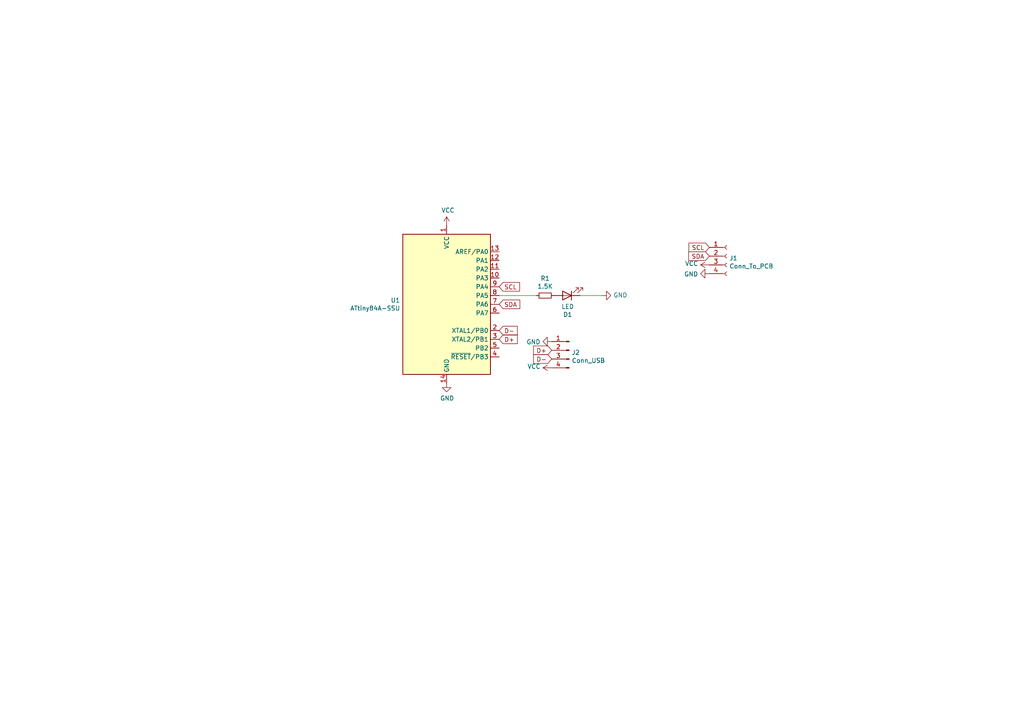
<source format=kicad_sch>
(kicad_sch (version 20211123) (generator eeschema)

  (uuid e877bf4a-4210-4bd3-b7b0-806eb4affc5b)

  (paper "A4")

  (lib_symbols
    (symbol "ATTiny_84a_Slave-rescue:ATtiny84A-SSU-MCU_Microchip_ATtiny" (in_bom yes) (on_board yes)
      (property "Reference" "U" (id 0) (at -12.7 21.59 0)
        (effects (font (size 1.27 1.27)) (justify left bottom))
      )
      (property "Value" "ATtiny84A-SSU-MCU_Microchip_ATtiny" (id 1) (at 2.54 -21.59 0)
        (effects (font (size 1.27 1.27)) (justify left top))
      )
      (property "Footprint" "Package_SO:SOIC-14_3.9x8.7mm_P1.27mm" (id 2) (at 0 0 0)
        (effects (font (size 1.27 1.27) italic) hide)
      )
      (property "Datasheet" "" (id 3) (at 0 0 0)
        (effects (font (size 1.27 1.27)) hide)
      )
      (property "ki_fp_filters" "SOIC*3.9x8.7mm*P1.27mm*" (id 4) (at 0 0 0)
        (effects (font (size 1.27 1.27)) hide)
      )
      (symbol "ATtiny84A-SSU-MCU_Microchip_ATtiny_0_1"
        (rectangle (start -12.7 -20.32) (end 12.7 20.32)
          (stroke (width 0.254) (type default) (color 0 0 0 0))
          (fill (type background))
        )
      )
      (symbol "ATtiny84A-SSU-MCU_Microchip_ATtiny_1_1"
        (pin power_in line (at 0 22.86 270) (length 2.54)
          (name "VCC" (effects (font (size 1.27 1.27))))
          (number "1" (effects (font (size 1.27 1.27))))
        )
        (pin bidirectional line (at 15.24 7.62 180) (length 2.54)
          (name "PA3" (effects (font (size 1.27 1.27))))
          (number "10" (effects (font (size 1.27 1.27))))
        )
        (pin bidirectional line (at 15.24 10.16 180) (length 2.54)
          (name "PA2" (effects (font (size 1.27 1.27))))
          (number "11" (effects (font (size 1.27 1.27))))
        )
        (pin bidirectional line (at 15.24 12.7 180) (length 2.54)
          (name "PA1" (effects (font (size 1.27 1.27))))
          (number "12" (effects (font (size 1.27 1.27))))
        )
        (pin bidirectional line (at 15.24 15.24 180) (length 2.54)
          (name "AREF/PA0" (effects (font (size 1.27 1.27))))
          (number "13" (effects (font (size 1.27 1.27))))
        )
        (pin power_in line (at 0 -22.86 90) (length 2.54)
          (name "GND" (effects (font (size 1.27 1.27))))
          (number "14" (effects (font (size 1.27 1.27))))
        )
        (pin bidirectional line (at 15.24 -7.62 180) (length 2.54)
          (name "XTAL1/PB0" (effects (font (size 1.27 1.27))))
          (number "2" (effects (font (size 1.27 1.27))))
        )
        (pin bidirectional line (at 15.24 -10.16 180) (length 2.54)
          (name "XTAL2/PB1" (effects (font (size 1.27 1.27))))
          (number "3" (effects (font (size 1.27 1.27))))
        )
        (pin bidirectional line (at 15.24 -15.24 180) (length 2.54)
          (name "~{RESET}/PB3" (effects (font (size 1.27 1.27))))
          (number "4" (effects (font (size 1.27 1.27))))
        )
        (pin bidirectional line (at 15.24 -12.7 180) (length 2.54)
          (name "PB2" (effects (font (size 1.27 1.27))))
          (number "5" (effects (font (size 1.27 1.27))))
        )
        (pin bidirectional line (at 15.24 -2.54 180) (length 2.54)
          (name "PA7" (effects (font (size 1.27 1.27))))
          (number "6" (effects (font (size 1.27 1.27))))
        )
        (pin bidirectional line (at 15.24 0 180) (length 2.54)
          (name "PA6" (effects (font (size 1.27 1.27))))
          (number "7" (effects (font (size 1.27 1.27))))
        )
        (pin bidirectional line (at 15.24 2.54 180) (length 2.54)
          (name "PA5" (effects (font (size 1.27 1.27))))
          (number "8" (effects (font (size 1.27 1.27))))
        )
        (pin bidirectional line (at 15.24 5.08 180) (length 2.54)
          (name "PA4" (effects (font (size 1.27 1.27))))
          (number "9" (effects (font (size 1.27 1.27))))
        )
      )
    )
    (symbol "Connector:Conn_01x04_Female" (pin_names (offset 1.016) hide) (in_bom yes) (on_board yes)
      (property "Reference" "J" (id 0) (at 0 5.08 0)
        (effects (font (size 1.27 1.27)))
      )
      (property "Value" "Conn_01x04_Female" (id 1) (at 0 -7.62 0)
        (effects (font (size 1.27 1.27)))
      )
      (property "Footprint" "" (id 2) (at 0 0 0)
        (effects (font (size 1.27 1.27)) hide)
      )
      (property "Datasheet" "~" (id 3) (at 0 0 0)
        (effects (font (size 1.27 1.27)) hide)
      )
      (property "ki_keywords" "connector" (id 4) (at 0 0 0)
        (effects (font (size 1.27 1.27)) hide)
      )
      (property "ki_description" "Generic connector, single row, 01x04, script generated (kicad-library-utils/schlib/autogen/connector/)" (id 5) (at 0 0 0)
        (effects (font (size 1.27 1.27)) hide)
      )
      (property "ki_fp_filters" "Connector*:*_1x??_*" (id 6) (at 0 0 0)
        (effects (font (size 1.27 1.27)) hide)
      )
      (symbol "Conn_01x04_Female_1_1"
        (arc (start 0 -4.572) (mid -0.508 -5.08) (end 0 -5.588)
          (stroke (width 0.1524) (type default) (color 0 0 0 0))
          (fill (type none))
        )
        (arc (start 0 -2.032) (mid -0.508 -2.54) (end 0 -3.048)
          (stroke (width 0.1524) (type default) (color 0 0 0 0))
          (fill (type none))
        )
        (polyline
          (pts
            (xy -1.27 -5.08)
            (xy -0.508 -5.08)
          )
          (stroke (width 0.1524) (type default) (color 0 0 0 0))
          (fill (type none))
        )
        (polyline
          (pts
            (xy -1.27 -2.54)
            (xy -0.508 -2.54)
          )
          (stroke (width 0.1524) (type default) (color 0 0 0 0))
          (fill (type none))
        )
        (polyline
          (pts
            (xy -1.27 0)
            (xy -0.508 0)
          )
          (stroke (width 0.1524) (type default) (color 0 0 0 0))
          (fill (type none))
        )
        (polyline
          (pts
            (xy -1.27 2.54)
            (xy -0.508 2.54)
          )
          (stroke (width 0.1524) (type default) (color 0 0 0 0))
          (fill (type none))
        )
        (arc (start 0 0.508) (mid -0.508 0) (end 0 -0.508)
          (stroke (width 0.1524) (type default) (color 0 0 0 0))
          (fill (type none))
        )
        (arc (start 0 3.048) (mid -0.508 2.54) (end 0 2.032)
          (stroke (width 0.1524) (type default) (color 0 0 0 0))
          (fill (type none))
        )
        (pin passive line (at -5.08 2.54 0) (length 3.81)
          (name "Pin_1" (effects (font (size 1.27 1.27))))
          (number "1" (effects (font (size 1.27 1.27))))
        )
        (pin passive line (at -5.08 0 0) (length 3.81)
          (name "Pin_2" (effects (font (size 1.27 1.27))))
          (number "2" (effects (font (size 1.27 1.27))))
        )
        (pin passive line (at -5.08 -2.54 0) (length 3.81)
          (name "Pin_3" (effects (font (size 1.27 1.27))))
          (number "3" (effects (font (size 1.27 1.27))))
        )
        (pin passive line (at -5.08 -5.08 0) (length 3.81)
          (name "Pin_4" (effects (font (size 1.27 1.27))))
          (number "4" (effects (font (size 1.27 1.27))))
        )
      )
    )
    (symbol "Connector:Conn_01x04_Male" (pin_names (offset 1.016) hide) (in_bom yes) (on_board yes)
      (property "Reference" "J" (id 0) (at 0 5.08 0)
        (effects (font (size 1.27 1.27)))
      )
      (property "Value" "Conn_01x04_Male" (id 1) (at 0 -7.62 0)
        (effects (font (size 1.27 1.27)))
      )
      (property "Footprint" "" (id 2) (at 0 0 0)
        (effects (font (size 1.27 1.27)) hide)
      )
      (property "Datasheet" "~" (id 3) (at 0 0 0)
        (effects (font (size 1.27 1.27)) hide)
      )
      (property "ki_keywords" "connector" (id 4) (at 0 0 0)
        (effects (font (size 1.27 1.27)) hide)
      )
      (property "ki_description" "Generic connector, single row, 01x04, script generated (kicad-library-utils/schlib/autogen/connector/)" (id 5) (at 0 0 0)
        (effects (font (size 1.27 1.27)) hide)
      )
      (property "ki_fp_filters" "Connector*:*_1x??_*" (id 6) (at 0 0 0)
        (effects (font (size 1.27 1.27)) hide)
      )
      (symbol "Conn_01x04_Male_1_1"
        (polyline
          (pts
            (xy 1.27 -5.08)
            (xy 0.8636 -5.08)
          )
          (stroke (width 0.1524) (type default) (color 0 0 0 0))
          (fill (type none))
        )
        (polyline
          (pts
            (xy 1.27 -2.54)
            (xy 0.8636 -2.54)
          )
          (stroke (width 0.1524) (type default) (color 0 0 0 0))
          (fill (type none))
        )
        (polyline
          (pts
            (xy 1.27 0)
            (xy 0.8636 0)
          )
          (stroke (width 0.1524) (type default) (color 0 0 0 0))
          (fill (type none))
        )
        (polyline
          (pts
            (xy 1.27 2.54)
            (xy 0.8636 2.54)
          )
          (stroke (width 0.1524) (type default) (color 0 0 0 0))
          (fill (type none))
        )
        (rectangle (start 0.8636 -4.953) (end 0 -5.207)
          (stroke (width 0.1524) (type default) (color 0 0 0 0))
          (fill (type outline))
        )
        (rectangle (start 0.8636 -2.413) (end 0 -2.667)
          (stroke (width 0.1524) (type default) (color 0 0 0 0))
          (fill (type outline))
        )
        (rectangle (start 0.8636 0.127) (end 0 -0.127)
          (stroke (width 0.1524) (type default) (color 0 0 0 0))
          (fill (type outline))
        )
        (rectangle (start 0.8636 2.667) (end 0 2.413)
          (stroke (width 0.1524) (type default) (color 0 0 0 0))
          (fill (type outline))
        )
        (pin passive line (at 5.08 2.54 180) (length 3.81)
          (name "Pin_1" (effects (font (size 1.27 1.27))))
          (number "1" (effects (font (size 1.27 1.27))))
        )
        (pin passive line (at 5.08 0 180) (length 3.81)
          (name "Pin_2" (effects (font (size 1.27 1.27))))
          (number "2" (effects (font (size 1.27 1.27))))
        )
        (pin passive line (at 5.08 -2.54 180) (length 3.81)
          (name "Pin_3" (effects (font (size 1.27 1.27))))
          (number "3" (effects (font (size 1.27 1.27))))
        )
        (pin passive line (at 5.08 -5.08 180) (length 3.81)
          (name "Pin_4" (effects (font (size 1.27 1.27))))
          (number "4" (effects (font (size 1.27 1.27))))
        )
      )
    )
    (symbol "Device:LED" (pin_numbers hide) (pin_names (offset 1.016) hide) (in_bom yes) (on_board yes)
      (property "Reference" "D" (id 0) (at 0 2.54 0)
        (effects (font (size 1.27 1.27)))
      )
      (property "Value" "LED" (id 1) (at 0 -2.54 0)
        (effects (font (size 1.27 1.27)))
      )
      (property "Footprint" "" (id 2) (at 0 0 0)
        (effects (font (size 1.27 1.27)) hide)
      )
      (property "Datasheet" "~" (id 3) (at 0 0 0)
        (effects (font (size 1.27 1.27)) hide)
      )
      (property "ki_keywords" "LED diode" (id 4) (at 0 0 0)
        (effects (font (size 1.27 1.27)) hide)
      )
      (property "ki_description" "Light emitting diode" (id 5) (at 0 0 0)
        (effects (font (size 1.27 1.27)) hide)
      )
      (property "ki_fp_filters" "LED* LED_SMD:* LED_THT:*" (id 6) (at 0 0 0)
        (effects (font (size 1.27 1.27)) hide)
      )
      (symbol "LED_0_1"
        (polyline
          (pts
            (xy -1.27 -1.27)
            (xy -1.27 1.27)
          )
          (stroke (width 0.254) (type default) (color 0 0 0 0))
          (fill (type none))
        )
        (polyline
          (pts
            (xy -1.27 0)
            (xy 1.27 0)
          )
          (stroke (width 0) (type default) (color 0 0 0 0))
          (fill (type none))
        )
        (polyline
          (pts
            (xy 1.27 -1.27)
            (xy 1.27 1.27)
            (xy -1.27 0)
            (xy 1.27 -1.27)
          )
          (stroke (width 0.254) (type default) (color 0 0 0 0))
          (fill (type none))
        )
        (polyline
          (pts
            (xy -3.048 -0.762)
            (xy -4.572 -2.286)
            (xy -3.81 -2.286)
            (xy -4.572 -2.286)
            (xy -4.572 -1.524)
          )
          (stroke (width 0) (type default) (color 0 0 0 0))
          (fill (type none))
        )
        (polyline
          (pts
            (xy -1.778 -0.762)
            (xy -3.302 -2.286)
            (xy -2.54 -2.286)
            (xy -3.302 -2.286)
            (xy -3.302 -1.524)
          )
          (stroke (width 0) (type default) (color 0 0 0 0))
          (fill (type none))
        )
      )
      (symbol "LED_1_1"
        (pin passive line (at -3.81 0 0) (length 2.54)
          (name "K" (effects (font (size 1.27 1.27))))
          (number "1" (effects (font (size 1.27 1.27))))
        )
        (pin passive line (at 3.81 0 180) (length 2.54)
          (name "A" (effects (font (size 1.27 1.27))))
          (number "2" (effects (font (size 1.27 1.27))))
        )
      )
    )
    (symbol "Device:R_Small" (pin_numbers hide) (pin_names (offset 0.254) hide) (in_bom yes) (on_board yes)
      (property "Reference" "R" (id 0) (at 0.762 0.508 0)
        (effects (font (size 1.27 1.27)) (justify left))
      )
      (property "Value" "R_Small" (id 1) (at 0.762 -1.016 0)
        (effects (font (size 1.27 1.27)) (justify left))
      )
      (property "Footprint" "" (id 2) (at 0 0 0)
        (effects (font (size 1.27 1.27)) hide)
      )
      (property "Datasheet" "~" (id 3) (at 0 0 0)
        (effects (font (size 1.27 1.27)) hide)
      )
      (property "ki_keywords" "R resistor" (id 4) (at 0 0 0)
        (effects (font (size 1.27 1.27)) hide)
      )
      (property "ki_description" "Resistor, small symbol" (id 5) (at 0 0 0)
        (effects (font (size 1.27 1.27)) hide)
      )
      (property "ki_fp_filters" "R_*" (id 6) (at 0 0 0)
        (effects (font (size 1.27 1.27)) hide)
      )
      (symbol "R_Small_0_1"
        (rectangle (start -0.762 1.778) (end 0.762 -1.778)
          (stroke (width 0.2032) (type default) (color 0 0 0 0))
          (fill (type none))
        )
      )
      (symbol "R_Small_1_1"
        (pin passive line (at 0 2.54 270) (length 0.762)
          (name "~" (effects (font (size 1.27 1.27))))
          (number "1" (effects (font (size 1.27 1.27))))
        )
        (pin passive line (at 0 -2.54 90) (length 0.762)
          (name "~" (effects (font (size 1.27 1.27))))
          (number "2" (effects (font (size 1.27 1.27))))
        )
      )
    )
    (symbol "power:GND" (power) (pin_names (offset 0)) (in_bom yes) (on_board yes)
      (property "Reference" "#PWR" (id 0) (at 0 -6.35 0)
        (effects (font (size 1.27 1.27)) hide)
      )
      (property "Value" "GND" (id 1) (at 0 -3.81 0)
        (effects (font (size 1.27 1.27)))
      )
      (property "Footprint" "" (id 2) (at 0 0 0)
        (effects (font (size 1.27 1.27)) hide)
      )
      (property "Datasheet" "" (id 3) (at 0 0 0)
        (effects (font (size 1.27 1.27)) hide)
      )
      (property "ki_keywords" "power-flag" (id 4) (at 0 0 0)
        (effects (font (size 1.27 1.27)) hide)
      )
      (property "ki_description" "Power symbol creates a global label with name \"GND\" , ground" (id 5) (at 0 0 0)
        (effects (font (size 1.27 1.27)) hide)
      )
      (symbol "GND_0_1"
        (polyline
          (pts
            (xy 0 0)
            (xy 0 -1.27)
            (xy 1.27 -1.27)
            (xy 0 -2.54)
            (xy -1.27 -1.27)
            (xy 0 -1.27)
          )
          (stroke (width 0) (type default) (color 0 0 0 0))
          (fill (type none))
        )
      )
      (symbol "GND_1_1"
        (pin power_in line (at 0 0 270) (length 0) hide
          (name "GND" (effects (font (size 1.27 1.27))))
          (number "1" (effects (font (size 1.27 1.27))))
        )
      )
    )
    (symbol "power:VCC" (power) (pin_names (offset 0)) (in_bom yes) (on_board yes)
      (property "Reference" "#PWR" (id 0) (at 0 -3.81 0)
        (effects (font (size 1.27 1.27)) hide)
      )
      (property "Value" "VCC" (id 1) (at 0 3.81 0)
        (effects (font (size 1.27 1.27)))
      )
      (property "Footprint" "" (id 2) (at 0 0 0)
        (effects (font (size 1.27 1.27)) hide)
      )
      (property "Datasheet" "" (id 3) (at 0 0 0)
        (effects (font (size 1.27 1.27)) hide)
      )
      (property "ki_keywords" "power-flag" (id 4) (at 0 0 0)
        (effects (font (size 1.27 1.27)) hide)
      )
      (property "ki_description" "Power symbol creates a global label with name \"VCC\"" (id 5) (at 0 0 0)
        (effects (font (size 1.27 1.27)) hide)
      )
      (symbol "VCC_0_1"
        (polyline
          (pts
            (xy -0.762 1.27)
            (xy 0 2.54)
          )
          (stroke (width 0) (type default) (color 0 0 0 0))
          (fill (type none))
        )
        (polyline
          (pts
            (xy 0 0)
            (xy 0 2.54)
          )
          (stroke (width 0) (type default) (color 0 0 0 0))
          (fill (type none))
        )
        (polyline
          (pts
            (xy 0 2.54)
            (xy 0.762 1.27)
          )
          (stroke (width 0) (type default) (color 0 0 0 0))
          (fill (type none))
        )
      )
      (symbol "VCC_1_1"
        (pin power_in line (at 0 0 90) (length 0) hide
          (name "VCC" (effects (font (size 1.27 1.27))))
          (number "1" (effects (font (size 1.27 1.27))))
        )
      )
    )
  )


  (wire (pts (xy 144.78 85.725) (xy 155.575 85.725))
    (stroke (width 0) (type default) (color 0 0 0 0))
    (uuid 78cbdd6c-4878-4cc5-9a58-0e506478e37d)
  )
  (wire (pts (xy 168.275 85.725) (xy 174.625 85.725))
    (stroke (width 0) (type default) (color 0 0 0 0))
    (uuid da469d11-a8a4-414b-9449-d151eeaf4853)
  )

  (global_label "D-" (shape input) (at 144.78 95.885 0) (fields_autoplaced)
    (effects (font (size 1.27 1.27)) (justify left))
    (uuid 10109f84-4940-47f8-8640-91f185ac9bc1)
    (property "Intersheet References" "${INTERSHEET_REFS}" (id 0) (at 0 0 0)
      (effects (font (size 1.27 1.27)) hide)
    )
  )
  (global_label "SCL" (shape input) (at 205.74 71.755 180) (fields_autoplaced)
    (effects (font (size 1.27 1.27)) (justify right))
    (uuid 127679a9-3981-4934-815e-896a4e3ff56e)
    (property "Intersheet References" "${INTERSHEET_REFS}" (id 0) (at 0 0 0)
      (effects (font (size 1.27 1.27)) hide)
    )
  )
  (global_label "SCL" (shape input) (at 144.78 83.185 0) (fields_autoplaced)
    (effects (font (size 1.27 1.27)) (justify left))
    (uuid 6c9b793c-e74d-4754-a2c0-901e73b26f1c)
    (property "Intersheet References" "${INTERSHEET_REFS}" (id 0) (at 0 0 0)
      (effects (font (size 1.27 1.27)) hide)
    )
  )
  (global_label "SDA" (shape input) (at 144.78 88.265 0) (fields_autoplaced)
    (effects (font (size 1.27 1.27)) (justify left))
    (uuid b1086f75-01ba-4188-8d36-75a9e2828ca9)
    (property "Intersheet References" "${INTERSHEET_REFS}" (id 0) (at 0 0 0)
      (effects (font (size 1.27 1.27)) hide)
    )
  )
  (global_label "D-" (shape input) (at 160.02 104.14 180) (fields_autoplaced)
    (effects (font (size 1.27 1.27)) (justify right))
    (uuid cbdcaa78-3bbc-413f-91bf-2709119373ce)
    (property "Intersheet References" "${INTERSHEET_REFS}" (id 0) (at 0 0 0)
      (effects (font (size 1.27 1.27)) hide)
    )
  )
  (global_label "D+" (shape input) (at 160.02 101.6 180) (fields_autoplaced)
    (effects (font (size 1.27 1.27)) (justify right))
    (uuid d8603679-3e7b-4337-8dbc-1827f5f54d8a)
    (property "Intersheet References" "${INTERSHEET_REFS}" (id 0) (at 0 0 0)
      (effects (font (size 1.27 1.27)) hide)
    )
  )
  (global_label "D+" (shape input) (at 144.78 98.425 0) (fields_autoplaced)
    (effects (font (size 1.27 1.27)) (justify left))
    (uuid f4f99e3d-7269-4f6a-a759-16ad2a258779)
    (property "Intersheet References" "${INTERSHEET_REFS}" (id 0) (at 0 0 0)
      (effects (font (size 1.27 1.27)) hide)
    )
  )
  (global_label "SDA" (shape input) (at 205.74 74.295 180) (fields_autoplaced)
    (effects (font (size 1.27 1.27)) (justify right))
    (uuid f71da641-16e6-4257-80c3-0b9d804fee4f)
    (property "Intersheet References" "${INTERSHEET_REFS}" (id 0) (at 0 0 0)
      (effects (font (size 1.27 1.27)) hide)
    )
  )

  (symbol (lib_id "ATTiny_84a_Slave-rescue:ATtiny84A-SSU-MCU_Microchip_ATtiny") (at 129.54 88.265 0) (unit 1)
    (in_bom yes) (on_board yes)
    (uuid 00000000-0000-0000-0000-0000616992ce)
    (property "Reference" "U1" (id 0) (at 116.078 87.0966 0)
      (effects (font (size 1.27 1.27)) (justify right))
    )
    (property "Value" "" (id 1) (at 116.078 89.408 0)
      (effects (font (size 1.27 1.27)) (justify right))
    )
    (property "Footprint" "" (id 2) (at 129.54 88.265 0)
      (effects (font (size 1.27 1.27) italic) hide)
    )
    (property "Datasheet" "http://ww1.microchip.com/downloads/en/DeviceDoc/doc8183.pdf" (id 3) (at 129.54 88.265 0)
      (effects (font (size 1.27 1.27)) hide)
    )
    (pin "1" (uuid fdf78c85-0a57-40e8-b254-226412e0c9ff))
    (pin "10" (uuid d4c5fdd1-6918-4673-b917-0cdf72a7dee0))
    (pin "11" (uuid df0848ae-e1f0-461c-bbd6-88179595af39))
    (pin "12" (uuid 4f5f9ec8-e5d4-49b3-adad-6ab35a8e627e))
    (pin "13" (uuid c01bd118-8f45-4247-98f1-8759d2c8b218))
    (pin "14" (uuid 6a74c501-e98d-4857-9588-029a9a81fcdd))
    (pin "2" (uuid c1a012f8-e349-48f0-a8fc-180968e4b3d2))
    (pin "3" (uuid ae6c4144-18b8-4c04-b719-7b664c210e63))
    (pin "4" (uuid 3641f2d1-62ab-42ca-9d15-6c1eb1f18c50))
    (pin "5" (uuid 9528df27-6a4f-4ccf-8854-65c7c2b96df0))
    (pin "6" (uuid 31a0ef59-bb66-4a96-80b4-db55c30d0781))
    (pin "7" (uuid 67a889b3-039f-4b08-be8c-519e16afea35))
    (pin "8" (uuid 8938562a-31ec-4385-ae1e-1fb582ff6563))
    (pin "9" (uuid 3a86aa36-42a9-4708-9388-191555b8930b))
  )

  (symbol (lib_id "Connector:Conn_01x04_Female") (at 210.82 74.295 0) (unit 1)
    (in_bom yes) (on_board yes)
    (uuid 00000000-0000-0000-0000-00006169c78f)
    (property "Reference" "J1" (id 0) (at 211.5312 74.9046 0)
      (effects (font (size 1.27 1.27)) (justify left))
    )
    (property "Value" "" (id 1) (at 211.5312 77.216 0)
      (effects (font (size 1.27 1.27)) (justify left))
    )
    (property "Footprint" "" (id 2) (at 210.82 74.295 0)
      (effects (font (size 1.27 1.27)) hide)
    )
    (property "Datasheet" "~" (id 3) (at 210.82 74.295 0)
      (effects (font (size 1.27 1.27)) hide)
    )
    (pin "1" (uuid 067797d2-99bc-4b22-a894-c2efb46e1c07))
    (pin "2" (uuid d4556238-9cf2-45a0-926c-40ac70e5820b))
    (pin "3" (uuid ba223867-c8b9-49a4-a215-d36e8c4ee6e0))
    (pin "4" (uuid b383855e-f8b3-4fa1-9fc2-ef72611d91ab))
  )

  (symbol (lib_id "Connector:Conn_01x04_Male") (at 165.1 101.6 0) (mirror y) (unit 1)
    (in_bom yes) (on_board yes)
    (uuid 00000000-0000-0000-0000-00006169e0c6)
    (property "Reference" "J2" (id 0) (at 165.8112 102.2604 0)
      (effects (font (size 1.27 1.27)) (justify right))
    )
    (property "Value" "" (id 1) (at 165.8112 104.5718 0)
      (effects (font (size 1.27 1.27)) (justify right))
    )
    (property "Footprint" "" (id 2) (at 165.1 101.6 0)
      (effects (font (size 1.27 1.27)) hide)
    )
    (property "Datasheet" "~" (id 3) (at 165.1 101.6 0)
      (effects (font (size 1.27 1.27)) hide)
    )
    (pin "1" (uuid a1f23cda-b17d-4d7b-822b-8f8cf3186821))
    (pin "2" (uuid 1b732dd9-114d-443b-92a8-16b656d82dec))
    (pin "3" (uuid e7574b7f-918c-4092-b423-146ea3b3b8fb))
    (pin "4" (uuid 69a7c72f-a2fd-4c6e-b751-3c324ac2da42))
  )

  (symbol (lib_id "Device:R_Small") (at 158.115 85.725 270) (unit 1)
    (in_bom yes) (on_board yes)
    (uuid 00000000-0000-0000-0000-00006169fb57)
    (property "Reference" "R1" (id 0) (at 158.115 80.7466 90))
    (property "Value" "" (id 1) (at 158.115 83.058 90))
    (property "Footprint" "" (id 2) (at 158.115 85.725 0)
      (effects (font (size 1.27 1.27)) hide)
    )
    (property "Datasheet" "~" (id 3) (at 158.115 85.725 0)
      (effects (font (size 1.27 1.27)) hide)
    )
    (pin "1" (uuid 8597ebee-233a-4e5f-ac06-4801c12e0195))
    (pin "2" (uuid 61cda220-502c-4c14-a45f-c8af5449de85))
  )

  (symbol (lib_id "Device:LED") (at 164.465 85.725 180) (unit 1)
    (in_bom yes) (on_board yes)
    (uuid 00000000-0000-0000-0000-00006169fd83)
    (property "Reference" "D1" (id 0) (at 164.6428 91.2368 0))
    (property "Value" "" (id 1) (at 164.6428 88.9254 0))
    (property "Footprint" "" (id 2) (at 164.465 85.725 0)
      (effects (font (size 1.27 1.27)) hide)
    )
    (property "Datasheet" "~" (id 3) (at 164.465 85.725 0)
      (effects (font (size 1.27 1.27)) hide)
    )
    (pin "1" (uuid 714be4fd-188b-4cbb-9594-900d3afadf7f))
    (pin "2" (uuid 75400833-3221-4cdd-94e0-0098dd33ff1d))
  )

  (symbol (lib_id "power:GND") (at 174.625 85.725 90) (unit 1)
    (in_bom yes) (on_board yes)
    (uuid 00000000-0000-0000-0000-0000616a5293)
    (property "Reference" "#PWR0101" (id 0) (at 180.975 85.725 0)
      (effects (font (size 1.27 1.27)) hide)
    )
    (property "Value" "" (id 1) (at 177.8762 85.598 90)
      (effects (font (size 1.27 1.27)) (justify right))
    )
    (property "Footprint" "" (id 2) (at 174.625 85.725 0)
      (effects (font (size 1.27 1.27)) hide)
    )
    (property "Datasheet" "" (id 3) (at 174.625 85.725 0)
      (effects (font (size 1.27 1.27)) hide)
    )
    (pin "1" (uuid 98925f18-00de-4a6e-a235-739e83302738))
  )

  (symbol (lib_id "power:VCC") (at 129.54 65.405 0) (unit 1)
    (in_bom yes) (on_board yes)
    (uuid 00000000-0000-0000-0000-0000616a567a)
    (property "Reference" "#PWR0102" (id 0) (at 129.54 69.215 0)
      (effects (font (size 1.27 1.27)) hide)
    )
    (property "Value" "" (id 1) (at 129.921 61.0108 0))
    (property "Footprint" "" (id 2) (at 129.54 65.405 0)
      (effects (font (size 1.27 1.27)) hide)
    )
    (property "Datasheet" "" (id 3) (at 129.54 65.405 0)
      (effects (font (size 1.27 1.27)) hide)
    )
    (pin "1" (uuid 2fa3d28d-6d57-4864-8cc0-4176617aa0f9))
  )

  (symbol (lib_id "power:GND") (at 129.54 111.125 0) (unit 1)
    (in_bom yes) (on_board yes)
    (uuid 00000000-0000-0000-0000-0000616a58d9)
    (property "Reference" "#PWR0103" (id 0) (at 129.54 117.475 0)
      (effects (font (size 1.27 1.27)) hide)
    )
    (property "Value" "" (id 1) (at 129.667 115.5192 0))
    (property "Footprint" "" (id 2) (at 129.54 111.125 0)
      (effects (font (size 1.27 1.27)) hide)
    )
    (property "Datasheet" "" (id 3) (at 129.54 111.125 0)
      (effects (font (size 1.27 1.27)) hide)
    )
    (pin "1" (uuid 2b4d140c-7d7e-44e5-9aad-e61ada03d790))
  )

  (symbol (lib_id "power:VCC") (at 160.02 106.68 90) (unit 1)
    (in_bom yes) (on_board yes)
    (uuid 00000000-0000-0000-0000-0000616a7f43)
    (property "Reference" "#PWR0104" (id 0) (at 163.83 106.68 0)
      (effects (font (size 1.27 1.27)) hide)
    )
    (property "Value" "" (id 1) (at 156.7942 106.299 90)
      (effects (font (size 1.27 1.27)) (justify left))
    )
    (property "Footprint" "" (id 2) (at 160.02 106.68 0)
      (effects (font (size 1.27 1.27)) hide)
    )
    (property "Datasheet" "" (id 3) (at 160.02 106.68 0)
      (effects (font (size 1.27 1.27)) hide)
    )
    (pin "1" (uuid 1be91322-0ea1-400f-aca3-c85173dffaff))
  )

  (symbol (lib_id "power:GND") (at 160.02 99.06 270) (unit 1)
    (in_bom yes) (on_board yes)
    (uuid 00000000-0000-0000-0000-0000616a825e)
    (property "Reference" "#PWR0105" (id 0) (at 153.67 99.06 0)
      (effects (font (size 1.27 1.27)) hide)
    )
    (property "Value" "" (id 1) (at 156.7688 99.187 90)
      (effects (font (size 1.27 1.27)) (justify right))
    )
    (property "Footprint" "" (id 2) (at 160.02 99.06 0)
      (effects (font (size 1.27 1.27)) hide)
    )
    (property "Datasheet" "" (id 3) (at 160.02 99.06 0)
      (effects (font (size 1.27 1.27)) hide)
    )
    (pin "1" (uuid aebbc659-2207-4ef5-b8bf-31c56fdf99ef))
  )

  (symbol (lib_id "power:GND") (at 205.74 79.375 270) (unit 1)
    (in_bom yes) (on_board yes)
    (uuid 00000000-0000-0000-0000-0000616a8dc0)
    (property "Reference" "#PWR0106" (id 0) (at 199.39 79.375 0)
      (effects (font (size 1.27 1.27)) hide)
    )
    (property "Value" "" (id 1) (at 202.4888 79.502 90)
      (effects (font (size 1.27 1.27)) (justify right))
    )
    (property "Footprint" "" (id 2) (at 205.74 79.375 0)
      (effects (font (size 1.27 1.27)) hide)
    )
    (property "Datasheet" "" (id 3) (at 205.74 79.375 0)
      (effects (font (size 1.27 1.27)) hide)
    )
    (pin "1" (uuid a1b1ff14-e36f-4a6f-8f47-754a5bfab423))
  )

  (symbol (lib_id "power:VCC") (at 205.74 76.835 90) (unit 1)
    (in_bom yes) (on_board yes)
    (uuid 00000000-0000-0000-0000-0000616a9153)
    (property "Reference" "#PWR0107" (id 0) (at 209.55 76.835 0)
      (effects (font (size 1.27 1.27)) hide)
    )
    (property "Value" "" (id 1) (at 202.5142 76.454 90)
      (effects (font (size 1.27 1.27)) (justify left))
    )
    (property "Footprint" "" (id 2) (at 205.74 76.835 0)
      (effects (font (size 1.27 1.27)) hide)
    )
    (property "Datasheet" "" (id 3) (at 205.74 76.835 0)
      (effects (font (size 1.27 1.27)) hide)
    )
    (pin "1" (uuid 174d69c2-372e-45ca-a7f1-8a671f7a6b15))
  )

  (sheet_instances
    (path "/" (page "1"))
  )

  (symbol_instances
    (path "/00000000-0000-0000-0000-0000616a5293"
      (reference "#PWR0101") (unit 1) (value "GND") (footprint "")
    )
    (path "/00000000-0000-0000-0000-0000616a567a"
      (reference "#PWR0102") (unit 1) (value "VCC") (footprint "")
    )
    (path "/00000000-0000-0000-0000-0000616a58d9"
      (reference "#PWR0103") (unit 1) (value "GND") (footprint "")
    )
    (path "/00000000-0000-0000-0000-0000616a7f43"
      (reference "#PWR0104") (unit 1) (value "VCC") (footprint "")
    )
    (path "/00000000-0000-0000-0000-0000616a825e"
      (reference "#PWR0105") (unit 1) (value "GND") (footprint "")
    )
    (path "/00000000-0000-0000-0000-0000616a8dc0"
      (reference "#PWR0106") (unit 1) (value "GND") (footprint "")
    )
    (path "/00000000-0000-0000-0000-0000616a9153"
      (reference "#PWR0107") (unit 1) (value "VCC") (footprint "")
    )
    (path "/00000000-0000-0000-0000-00006169fd83"
      (reference "D1") (unit 1) (value "LED") (footprint "LED_SMD:LED_0805_2012Metric_Pad1.15x1.40mm_HandSolder")
    )
    (path "/00000000-0000-0000-0000-00006169c78f"
      (reference "J1") (unit 1) (value "Conn_To_PCB") (footprint "Connector_PinHeader_2.54mm:PinHeader_1x04_P2.54mm_Horizontal")
    )
    (path "/00000000-0000-0000-0000-00006169e0c6"
      (reference "J2") (unit 1) (value "Conn_USB") (footprint "Connector_PinHeader_2.54mm:PinHeader_1x04_P2.54mm_Vertical")
    )
    (path "/00000000-0000-0000-0000-00006169fb57"
      (reference "R1") (unit 1) (value "1.5K") (footprint "Resistor_SMD:R_0805_2012Metric_Pad1.20x1.40mm_HandSolder")
    )
    (path "/00000000-0000-0000-0000-0000616992ce"
      (reference "U1") (unit 1) (value "ATtiny84A-SSU") (footprint "Package_SO:SOIC-14_3.9x8.7mm_P1.27mm")
    )
  )
)

</source>
